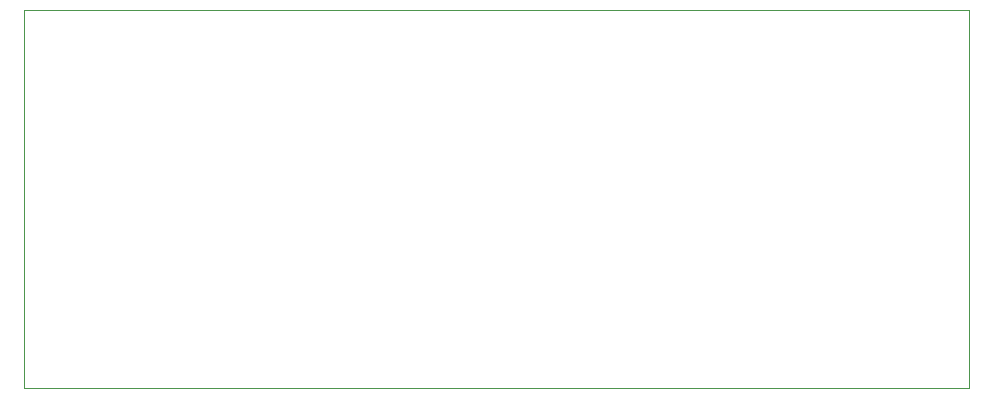
<source format=gbr>
%TF.GenerationSoftware,KiCad,Pcbnew,(6.0.0)*%
%TF.CreationDate,2022-01-31T19:36:34+00:00*%
%TF.ProjectId,BusyBusBoard,42757379-4275-4734-926f-6172642e6b69,rev?*%
%TF.SameCoordinates,Original*%
%TF.FileFunction,Profile,NP*%
%FSLAX46Y46*%
G04 Gerber Fmt 4.6, Leading zero omitted, Abs format (unit mm)*
G04 Created by KiCad (PCBNEW (6.0.0)) date 2022-01-31 19:36:34*
%MOMM*%
%LPD*%
G01*
G04 APERTURE LIST*
%TA.AperFunction,Profile*%
%ADD10C,0.100000*%
%TD*%
G04 APERTURE END LIST*
D10*
X100000000Y-67000000D02*
X180000000Y-67000000D01*
X180000000Y-67000000D02*
X180000000Y-99000000D01*
X180000000Y-99000000D02*
X100000000Y-99000000D01*
X100000000Y-99000000D02*
X100000000Y-67000000D01*
M02*

</source>
